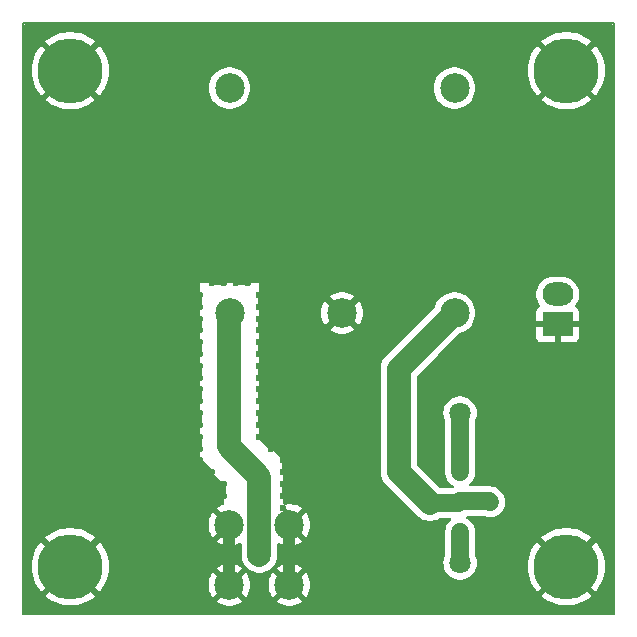
<source format=gtl>
G04 #@! TF.GenerationSoftware,KiCad,Pcbnew,8.0.4*
G04 #@! TF.CreationDate,2025-01-27T10:30:07+01:00*
G04 #@! TF.ProjectId,ocxo,6f63786f-2e6b-4696-9361-645f70636258,rev?*
G04 #@! TF.SameCoordinates,Original*
G04 #@! TF.FileFunction,Copper,L1,Top*
G04 #@! TF.FilePolarity,Positive*
%FSLAX46Y46*%
G04 Gerber Fmt 4.6, Leading zero omitted, Abs format (unit mm)*
G04 Created by KiCad (PCBNEW 8.0.4) date 2025-01-27 10:30:07*
%MOMM*%
%LPD*%
G01*
G04 APERTURE LIST*
G04 #@! TA.AperFunction,ComponentPad*
%ADD10C,0.600000*%
G04 #@! TD*
G04 #@! TA.AperFunction,ComponentPad*
%ADD11C,5.500000*%
G04 #@! TD*
G04 #@! TA.AperFunction,ComponentPad*
%ADD12R,2.600000X2.000000*%
G04 #@! TD*
G04 #@! TA.AperFunction,ComponentPad*
%ADD13O,2.600000X2.000000*%
G04 #@! TD*
G04 #@! TA.AperFunction,ComponentPad*
%ADD14C,1.998980*%
G04 #@! TD*
G04 #@! TA.AperFunction,ComponentPad*
%ADD15C,2.499360*%
G04 #@! TD*
G04 #@! TA.AperFunction,ComponentPad*
%ADD16C,2.500000*%
G04 #@! TD*
G04 #@! TA.AperFunction,ComponentPad*
%ADD17C,1.800000*%
G04 #@! TD*
G04 #@! TA.AperFunction,ComponentPad*
%ADD18C,1.440000*%
G04 #@! TD*
G04 #@! TA.AperFunction,ViaPad*
%ADD19C,0.600000*%
G04 #@! TD*
G04 #@! TA.AperFunction,Conductor*
%ADD20C,0.250000*%
G04 #@! TD*
G04 #@! TA.AperFunction,Conductor*
%ADD21C,1.000000*%
G04 #@! TD*
G04 #@! TA.AperFunction,Conductor*
%ADD22C,1.500000*%
G04 #@! TD*
G04 #@! TA.AperFunction,Conductor*
%ADD23C,2.000000*%
G04 #@! TD*
G04 #@! TA.AperFunction,Profile*
%ADD24C,0.150000*%
G04 #@! TD*
G04 APERTURE END LIST*
D10*
X122000000Y-94000000D03*
X121000000Y-94000000D03*
X120000000Y-94000000D03*
X119000000Y-94000000D03*
X118000000Y-94000000D03*
X117000000Y-94000000D03*
X116000000Y-94000000D03*
X115000000Y-94000000D03*
X114000000Y-94000000D03*
X113000000Y-94000000D03*
X112000000Y-94000000D03*
X111000000Y-94000000D03*
X122000000Y-93000000D03*
X121000000Y-93000000D03*
X120000000Y-93000000D03*
X119000000Y-93000000D03*
X118000000Y-93000000D03*
X117000000Y-93000000D03*
X116000000Y-93000000D03*
X115000000Y-93000000D03*
X114000000Y-93000000D03*
X113000000Y-93000000D03*
X112000000Y-93000000D03*
D11*
X126000000Y-91000000D03*
X84000000Y-49000000D03*
D10*
X129000000Y-87000000D03*
X128000000Y-87000000D03*
X129000000Y-86000000D03*
X128000000Y-86000000D03*
X129000000Y-85000000D03*
X128000000Y-85000000D03*
X129000000Y-84000000D03*
X128000000Y-84000000D03*
X129000000Y-83000000D03*
X128000000Y-83000000D03*
X129000000Y-82000000D03*
X128000000Y-82000000D03*
X129000000Y-81000000D03*
X128000000Y-81000000D03*
X129000000Y-80000000D03*
X128000000Y-80000000D03*
X129000000Y-79000000D03*
X128000000Y-79000000D03*
X129000000Y-78000000D03*
X128000000Y-78000000D03*
X129000000Y-77000000D03*
X128000000Y-77000000D03*
X129000000Y-76000000D03*
X128000000Y-76000000D03*
X129000000Y-75000000D03*
X128000000Y-75000000D03*
X129000000Y-74000000D03*
X128000000Y-74000000D03*
X129000000Y-73000000D03*
X128000000Y-73000000D03*
X129000000Y-72000000D03*
X128000000Y-72000000D03*
X129000000Y-71000000D03*
X128000000Y-71000000D03*
X129000000Y-70000000D03*
X128000000Y-70000000D03*
X129000000Y-69000000D03*
X128000000Y-69000000D03*
X129000000Y-68000000D03*
X128000000Y-68000000D03*
X129000000Y-67000000D03*
X128000000Y-67000000D03*
X129000000Y-66000000D03*
X128000000Y-66000000D03*
X129000000Y-65000000D03*
X128000000Y-65000000D03*
X129000000Y-64000000D03*
X128000000Y-64000000D03*
X129000000Y-63000000D03*
X128000000Y-63000000D03*
X129000000Y-62000000D03*
X128000000Y-62000000D03*
X129000000Y-61000000D03*
X128000000Y-61000000D03*
X129000000Y-60000000D03*
X128000000Y-60000000D03*
X129000000Y-59000000D03*
X128000000Y-59000000D03*
X129000000Y-58000000D03*
X128000000Y-58000000D03*
X129000000Y-57000000D03*
X128000000Y-57000000D03*
X129000000Y-56000000D03*
X128000000Y-56000000D03*
X129000000Y-55000000D03*
X128000000Y-55000000D03*
X129000000Y-54000000D03*
X128000000Y-54000000D03*
X129000000Y-53000000D03*
X128000000Y-53000000D03*
X122000000Y-47000000D03*
X121000000Y-47000000D03*
X120000000Y-47000000D03*
X119000000Y-47000000D03*
X118000000Y-47000000D03*
X117000000Y-47000000D03*
X116000000Y-47000000D03*
X115000000Y-47000000D03*
X114000000Y-47000000D03*
X113000000Y-47000000D03*
X112000000Y-47000000D03*
X111000000Y-47000000D03*
X110000000Y-47000000D03*
X109000000Y-47000000D03*
X108000000Y-47000000D03*
X107000000Y-47000000D03*
X106000000Y-47000000D03*
X105000000Y-47000000D03*
X104000000Y-47000000D03*
X103000000Y-47000000D03*
X102000000Y-47000000D03*
X101000000Y-47000000D03*
X100000000Y-47000000D03*
X99000000Y-47000000D03*
X98000000Y-47000000D03*
X97000000Y-47000000D03*
X96000000Y-47000000D03*
X95000000Y-47000000D03*
X94000000Y-47000000D03*
X93000000Y-47000000D03*
X92000000Y-47000000D03*
X91000000Y-47000000D03*
X90000000Y-47000000D03*
X89000000Y-47000000D03*
X88000000Y-47000000D03*
X122000000Y-46000000D03*
X121000000Y-46000000D03*
X120000000Y-46000000D03*
X119000000Y-46000000D03*
X118000000Y-46000000D03*
X117000000Y-46000000D03*
X116000000Y-46000000D03*
X115000000Y-46000000D03*
X114000000Y-46000000D03*
X113000000Y-46000000D03*
X112000000Y-46000000D03*
X111000000Y-46000000D03*
X110000000Y-46000000D03*
X109000000Y-46000000D03*
X108000000Y-46000000D03*
X107000000Y-46000000D03*
X106000000Y-46000000D03*
X105000000Y-46000000D03*
X104000000Y-46000000D03*
X103000000Y-46000000D03*
X102000000Y-46000000D03*
X101000000Y-46000000D03*
X100000000Y-46000000D03*
X99000000Y-46000000D03*
X98000000Y-46000000D03*
X97000000Y-46000000D03*
X96000000Y-46000000D03*
X95000000Y-46000000D03*
X94000000Y-46000000D03*
X93000000Y-46000000D03*
X92000000Y-46000000D03*
X91000000Y-46000000D03*
X90000000Y-46000000D03*
X89000000Y-46000000D03*
X88000000Y-46000000D03*
X128000000Y-87000000D03*
X128000000Y-86000000D03*
X128000000Y-85000000D03*
X128000000Y-84000000D03*
X128000000Y-83000000D03*
X128000000Y-82000000D03*
X128000000Y-81000000D03*
X128000000Y-80000000D03*
X128000000Y-79000000D03*
X128000000Y-78000000D03*
X128000000Y-77000000D03*
X128000000Y-76000000D03*
X128000000Y-75000000D03*
X128000000Y-74000000D03*
X95000000Y-94000000D03*
X94000000Y-94000000D03*
X93000000Y-94000000D03*
X92000000Y-94000000D03*
X91000000Y-94000000D03*
X90000000Y-94000000D03*
X89000000Y-94000000D03*
X88000000Y-94000000D03*
X95000000Y-93000000D03*
X94000000Y-93000000D03*
X93000000Y-93000000D03*
X92000000Y-93000000D03*
X91000000Y-93000000D03*
X90000000Y-93000000D03*
X89000000Y-93000000D03*
X88000000Y-93000000D03*
X111000000Y-94000000D03*
X110000000Y-94000000D03*
X109000000Y-94000000D03*
X108000000Y-94000000D03*
X107000000Y-94000000D03*
X106000000Y-94000000D03*
X105000000Y-94000000D03*
X111000000Y-93000000D03*
X110000000Y-93000000D03*
X109000000Y-93000000D03*
X108000000Y-93000000D03*
X107000000Y-93000000D03*
X106000000Y-93000000D03*
X105000000Y-93000000D03*
X82000000Y-87000000D03*
X81000000Y-87000000D03*
X82000000Y-86000000D03*
X81000000Y-86000000D03*
X82000000Y-85000000D03*
X81000000Y-85000000D03*
X82000000Y-84000000D03*
X81000000Y-84000000D03*
X82000000Y-83000000D03*
X81000000Y-83000000D03*
X82000000Y-82000000D03*
X81000000Y-82000000D03*
X82000000Y-81000000D03*
X81000000Y-81000000D03*
X82000000Y-80000000D03*
X81000000Y-80000000D03*
X82000000Y-79000000D03*
X81000000Y-79000000D03*
X82000000Y-78000000D03*
X81000000Y-78000000D03*
X82000000Y-77000000D03*
X81000000Y-77000000D03*
X82000000Y-76000000D03*
X81000000Y-76000000D03*
X82000000Y-75000000D03*
X81000000Y-75000000D03*
X82000000Y-74000000D03*
X81000000Y-74000000D03*
X82000000Y-73000000D03*
X81000000Y-73000000D03*
X82000000Y-72000000D03*
X81000000Y-72000000D03*
X82000000Y-71000000D03*
X81000000Y-71000000D03*
X82000000Y-70000000D03*
X81000000Y-70000000D03*
X82000000Y-69000000D03*
X81000000Y-69000000D03*
X82000000Y-68000000D03*
X81000000Y-68000000D03*
X82000000Y-67000000D03*
X81000000Y-67000000D03*
X82000000Y-66000000D03*
X81000000Y-66000000D03*
X82000000Y-65000000D03*
X81000000Y-65000000D03*
X82000000Y-64000000D03*
X81000000Y-64000000D03*
X82000000Y-63000000D03*
X81000000Y-63000000D03*
X82000000Y-62000000D03*
X81000000Y-62000000D03*
X82000000Y-61000000D03*
X81000000Y-61000000D03*
X82000000Y-60000000D03*
X81000000Y-60000000D03*
X82000000Y-59000000D03*
X81000000Y-59000000D03*
X82000000Y-58000000D03*
X81000000Y-58000000D03*
X82000000Y-57000000D03*
X81000000Y-57000000D03*
X82000000Y-56000000D03*
X81000000Y-56000000D03*
X82000000Y-55000000D03*
X81000000Y-55000000D03*
X82000000Y-54000000D03*
X81000000Y-54000000D03*
X82000000Y-53000000D03*
D12*
X125250000Y-70500000D03*
D13*
X125250000Y-67960000D03*
D11*
X126000000Y-49000000D03*
D14*
X100000000Y-90000000D03*
D15*
X102540000Y-87460000D03*
X102540000Y-92540000D03*
X97460000Y-92540000D03*
X97460000Y-87460000D03*
D11*
X84000000Y-91000000D03*
D16*
X97475000Y-50475000D03*
X116525000Y-50475000D03*
X116525000Y-69525000D03*
X97475000Y-69525000D03*
X107000000Y-69525000D03*
D17*
X117000000Y-78000000D03*
X114460000Y-85620000D03*
X117000000Y-90700000D03*
D18*
X117000000Y-83000000D03*
X119540000Y-85540000D03*
X117000000Y-88080000D03*
X117000000Y-88100000D03*
X117000000Y-85460000D03*
X117000000Y-83000000D03*
D10*
X81000000Y-53000000D03*
D19*
X97000000Y-85000000D03*
X97000000Y-84000000D03*
X96000000Y-83000000D03*
X95000000Y-82000000D03*
X95000000Y-81000000D03*
X95000000Y-80000000D03*
X95000000Y-79000000D03*
X95000000Y-78000000D03*
X95000000Y-77000000D03*
X95000000Y-76000000D03*
X95000000Y-75000000D03*
X95000000Y-74000000D03*
X95000000Y-73000000D03*
X95000000Y-72000000D03*
X95000000Y-71000000D03*
X95000000Y-70000000D03*
X95000000Y-69000000D03*
X95000000Y-68000000D03*
X96000000Y-67000000D03*
X97000000Y-67000000D03*
X98000000Y-67000000D03*
X99000000Y-67000000D03*
X100000000Y-68000000D03*
X100000000Y-69000000D03*
X100000000Y-70000000D03*
X100000000Y-71000000D03*
X100000000Y-72000000D03*
X100000000Y-73000000D03*
X100000000Y-74000000D03*
X100000000Y-75000000D03*
X100000000Y-76000000D03*
X100000000Y-77000000D03*
X100000000Y-78000000D03*
X100000000Y-79000000D03*
X100000000Y-80000000D03*
X101000000Y-81000000D03*
X102000000Y-82000000D03*
X102000000Y-83000000D03*
X102000000Y-84000000D03*
X102000000Y-85000000D03*
X102000000Y-86000000D03*
X102500000Y-57000000D03*
X102500000Y-55000000D03*
X102500000Y-53000000D03*
X102500000Y-51000000D03*
X102500000Y-49000000D03*
X104500000Y-49000000D03*
X106500000Y-49000000D03*
X108500000Y-49000000D03*
X110500000Y-49000000D03*
X111500000Y-51000000D03*
X111500000Y-53000000D03*
X111500000Y-55000000D03*
X111500000Y-57000000D03*
D20*
X102540000Y-87460000D02*
X102540000Y-86540000D01*
X102540000Y-86540000D02*
X102000000Y-86000000D01*
X97000000Y-84000000D02*
X97000000Y-85000000D01*
X95000000Y-82000000D02*
X96000000Y-83000000D01*
X95000000Y-80000000D02*
X95000000Y-81000000D01*
X95000000Y-78000000D02*
X95000000Y-79000000D01*
X95000000Y-76000000D02*
X95000000Y-77000000D01*
X95000000Y-74000000D02*
X95000000Y-75000000D01*
X95000000Y-72000000D02*
X95000000Y-73000000D01*
X95000000Y-70000000D02*
X95000000Y-71000000D01*
X95000000Y-68000000D02*
X95000000Y-69000000D01*
X97000000Y-67000000D02*
X96000000Y-67000000D01*
X99000000Y-67000000D02*
X98000000Y-67000000D01*
X100000000Y-69000000D02*
X100000000Y-68000000D01*
X100000000Y-71000000D02*
X100000000Y-70000000D01*
X100000000Y-73000000D02*
X100000000Y-72000000D01*
X100000000Y-75000000D02*
X100000000Y-74000000D01*
X100000000Y-77000000D02*
X100000000Y-76000000D01*
X100000000Y-79000000D02*
X100000000Y-78000000D01*
X101000000Y-81000000D02*
X100000000Y-80000000D01*
X102000000Y-83000000D02*
X102000000Y-82000000D01*
X102000000Y-85000000D02*
X102000000Y-84000000D01*
D21*
X97460000Y-87460000D02*
X97460000Y-92540000D01*
X102540000Y-87460000D02*
X102540000Y-92540000D01*
D20*
X102500000Y-57000000D02*
X102500000Y-55000000D01*
X102500000Y-53000000D02*
X102500000Y-51000000D01*
X102500000Y-49000000D02*
X104500000Y-49000000D01*
X106500000Y-49000000D02*
X108500000Y-49000000D01*
X110500000Y-49000000D02*
X111500000Y-49000000D01*
X111500000Y-49000000D02*
X111500000Y-51000000D01*
X111500000Y-53000000D02*
X111500000Y-55000000D01*
X126000000Y-49000000D02*
X124000000Y-49000000D01*
D22*
X117000000Y-85460000D02*
X119460000Y-85460000D01*
X119460000Y-85460000D02*
X119540000Y-85540000D01*
X119460000Y-85460000D02*
X119540000Y-85540000D01*
X114460000Y-85620000D02*
X116840000Y-85620000D01*
X116840000Y-85620000D02*
X117000000Y-85460000D01*
D23*
X114460000Y-85620000D02*
X111800000Y-82960000D01*
X111800000Y-82960000D02*
X111800000Y-74250000D01*
X111800000Y-74250000D02*
X116525000Y-69525000D01*
X100000000Y-90000000D02*
X100000000Y-83400000D01*
X100000000Y-83400000D02*
X97400000Y-80800000D01*
X97400000Y-80800000D02*
X97400000Y-69600000D01*
X97400000Y-69600000D02*
X97475000Y-69525000D01*
D22*
X117000000Y-83000000D02*
X117000000Y-78000000D01*
X117000000Y-90700000D02*
X117000000Y-88080000D01*
G04 #@! TA.AperFunction,Conductor*
G36*
X129866621Y-45095502D02*
G01*
X129913114Y-45149158D01*
X129924500Y-45201500D01*
X129924500Y-94798500D01*
X129904498Y-94866621D01*
X129850842Y-94913114D01*
X129798500Y-94924500D01*
X80201500Y-94924500D01*
X80133379Y-94904498D01*
X80086886Y-94850842D01*
X80075500Y-94798500D01*
X80075500Y-90999997D01*
X80737215Y-90999997D01*
X80737215Y-91000002D01*
X80756342Y-91352769D01*
X80813496Y-91701398D01*
X80813496Y-91701401D01*
X80908009Y-92041808D01*
X80908010Y-92041811D01*
X81038772Y-92369996D01*
X81038776Y-92370005D01*
X81204256Y-92682136D01*
X81204258Y-92682140D01*
X81402517Y-92974550D01*
X81523640Y-93117148D01*
X82703367Y-91937421D01*
X82779588Y-92042330D01*
X82957670Y-92220412D01*
X83062577Y-92296631D01*
X81879872Y-93479336D01*
X81879872Y-93479338D01*
X81887717Y-93486769D01*
X81887723Y-93486774D01*
X82168969Y-93700572D01*
X82471678Y-93882706D01*
X82792316Y-94031049D01*
X82792320Y-94031051D01*
X83127103Y-94143852D01*
X83127117Y-94143856D01*
X83472127Y-94219800D01*
X83472151Y-94219804D01*
X83823348Y-94257999D01*
X83823364Y-94258000D01*
X84176636Y-94258000D01*
X84176651Y-94257999D01*
X84527848Y-94219804D01*
X84527872Y-94219800D01*
X84872882Y-94143856D01*
X84872896Y-94143852D01*
X85207679Y-94031051D01*
X85207683Y-94031049D01*
X85528321Y-93882706D01*
X85831030Y-93700572D01*
X86112284Y-93486768D01*
X86120126Y-93479338D01*
X86120127Y-93479336D01*
X84937422Y-92296631D01*
X85042330Y-92220412D01*
X85220412Y-92042330D01*
X85296632Y-91937421D01*
X86476359Y-93117148D01*
X86597481Y-92974551D01*
X86795741Y-92682140D01*
X86795743Y-92682136D01*
X86871098Y-92540000D01*
X95697391Y-92540000D01*
X95717078Y-92802706D01*
X95775699Y-93059539D01*
X95775700Y-93059541D01*
X95871942Y-93304763D01*
X95871945Y-93304771D01*
X96003661Y-93532909D01*
X96049899Y-93590889D01*
X96049900Y-93590889D01*
X96857117Y-92783671D01*
X96883765Y-92848004D01*
X96954926Y-92954504D01*
X97045496Y-93045074D01*
X97151996Y-93116235D01*
X97216326Y-93142881D01*
X96408668Y-93950539D01*
X96408668Y-93950541D01*
X96578693Y-94066462D01*
X96578701Y-94066467D01*
X96816038Y-94180762D01*
X97067776Y-94258415D01*
X97067784Y-94258416D01*
X97328284Y-94297680D01*
X97591716Y-94297680D01*
X97852215Y-94258416D01*
X97852223Y-94258415D01*
X98103961Y-94180762D01*
X98341299Y-94066467D01*
X98341300Y-94066466D01*
X98511331Y-93950540D01*
X97703672Y-93142881D01*
X97768004Y-93116235D01*
X97874504Y-93045074D01*
X97965074Y-92954504D01*
X98036235Y-92848004D01*
X98062881Y-92783672D01*
X98870099Y-93590890D01*
X98870100Y-93590889D01*
X98916333Y-93532917D01*
X98916338Y-93532909D01*
X99048054Y-93304771D01*
X99048057Y-93304763D01*
X99144299Y-93059541D01*
X99144300Y-93059539D01*
X99202921Y-92802706D01*
X99222608Y-92540000D01*
X100777391Y-92540000D01*
X100797078Y-92802706D01*
X100855699Y-93059539D01*
X100855700Y-93059541D01*
X100951942Y-93304763D01*
X100951945Y-93304771D01*
X101083661Y-93532909D01*
X101129899Y-93590889D01*
X101129900Y-93590889D01*
X101937117Y-92783671D01*
X101963765Y-92848004D01*
X102034926Y-92954504D01*
X102125496Y-93045074D01*
X102231996Y-93116235D01*
X102296326Y-93142881D01*
X101488668Y-93950539D01*
X101488668Y-93950541D01*
X101658693Y-94066462D01*
X101658701Y-94066467D01*
X101896038Y-94180762D01*
X102147776Y-94258415D01*
X102147784Y-94258416D01*
X102408284Y-94297680D01*
X102671716Y-94297680D01*
X102932215Y-94258416D01*
X102932223Y-94258415D01*
X103183961Y-94180762D01*
X103421299Y-94066467D01*
X103421300Y-94066466D01*
X103591331Y-93950540D01*
X102783672Y-93142881D01*
X102848004Y-93116235D01*
X102954504Y-93045074D01*
X103045074Y-92954504D01*
X103116235Y-92848004D01*
X103142881Y-92783672D01*
X103950099Y-93590890D01*
X103950100Y-93590889D01*
X103996333Y-93532917D01*
X103996338Y-93532909D01*
X104128054Y-93304771D01*
X104128057Y-93304763D01*
X104224299Y-93059541D01*
X104224300Y-93059539D01*
X104282921Y-92802706D01*
X104302608Y-92540000D01*
X104282921Y-92277293D01*
X104224300Y-92020460D01*
X104224299Y-92020458D01*
X104128057Y-91775236D01*
X104128054Y-91775228D01*
X103996338Y-91547090D01*
X103996333Y-91547082D01*
X103950100Y-91489109D01*
X103950098Y-91489109D01*
X103142881Y-92296326D01*
X103116235Y-92231996D01*
X103045074Y-92125496D01*
X102954504Y-92034926D01*
X102848004Y-91963765D01*
X102783672Y-91937118D01*
X103591330Y-91129459D01*
X103591330Y-91129457D01*
X103421307Y-91013537D01*
X103421299Y-91013532D01*
X103183961Y-90899237D01*
X102932223Y-90821584D01*
X102932215Y-90821583D01*
X102671716Y-90782320D01*
X102408284Y-90782320D01*
X102147784Y-90821583D01*
X102147776Y-90821584D01*
X101896038Y-90899237D01*
X101658701Y-91013532D01*
X101658693Y-91013537D01*
X101488668Y-91129457D01*
X101488668Y-91129459D01*
X102296327Y-91937118D01*
X102231996Y-91963765D01*
X102125496Y-92034926D01*
X102034926Y-92125496D01*
X101963765Y-92231996D01*
X101937118Y-92296327D01*
X101129900Y-91489109D01*
X101129898Y-91489109D01*
X101083661Y-91547090D01*
X100951945Y-91775228D01*
X100951942Y-91775236D01*
X100855700Y-92020458D01*
X100855699Y-92020460D01*
X100797078Y-92277293D01*
X100777391Y-92540000D01*
X99222608Y-92540000D01*
X99202921Y-92277293D01*
X99144300Y-92020460D01*
X99144299Y-92020458D01*
X99048057Y-91775236D01*
X99048054Y-91775228D01*
X98916338Y-91547090D01*
X98916333Y-91547082D01*
X98870100Y-91489109D01*
X98870098Y-91489109D01*
X98062881Y-92296326D01*
X98036235Y-92231996D01*
X97965074Y-92125496D01*
X97874504Y-92034926D01*
X97768004Y-91963765D01*
X97703672Y-91937118D01*
X98511330Y-91129459D01*
X98511330Y-91129457D01*
X98341307Y-91013537D01*
X98341299Y-91013532D01*
X98103961Y-90899237D01*
X97852223Y-90821584D01*
X97852215Y-90821583D01*
X97591716Y-90782320D01*
X97328284Y-90782320D01*
X97067784Y-90821583D01*
X97067776Y-90821584D01*
X96816038Y-90899237D01*
X96578701Y-91013532D01*
X96578693Y-91013537D01*
X96408668Y-91129457D01*
X96408668Y-91129459D01*
X97216327Y-91937118D01*
X97151996Y-91963765D01*
X97045496Y-92034926D01*
X96954926Y-92125496D01*
X96883765Y-92231996D01*
X96857118Y-92296327D01*
X96049900Y-91489109D01*
X96049898Y-91489109D01*
X96003661Y-91547090D01*
X95871945Y-91775228D01*
X95871942Y-91775236D01*
X95775700Y-92020458D01*
X95775699Y-92020460D01*
X95717078Y-92277293D01*
X95697391Y-92540000D01*
X86871098Y-92540000D01*
X86961223Y-92370005D01*
X86961227Y-92369996D01*
X87091989Y-92041811D01*
X87091990Y-92041808D01*
X87186503Y-91701401D01*
X87186503Y-91701398D01*
X87243657Y-91352769D01*
X87262785Y-91000002D01*
X87262785Y-90999997D01*
X87243657Y-90647230D01*
X87186503Y-90298601D01*
X87186503Y-90298598D01*
X87091990Y-89958191D01*
X87091989Y-89958188D01*
X86961227Y-89630003D01*
X86961223Y-89629994D01*
X86795743Y-89317863D01*
X86795741Y-89317859D01*
X86597482Y-89025449D01*
X86476358Y-88882850D01*
X85296631Y-90062577D01*
X85220412Y-89957670D01*
X85042330Y-89779588D01*
X84937421Y-89703367D01*
X86120126Y-88520662D01*
X86120126Y-88520660D01*
X86112282Y-88513230D01*
X86112276Y-88513225D01*
X85831030Y-88299427D01*
X85528321Y-88117293D01*
X85207683Y-87968950D01*
X85207679Y-87968948D01*
X84872896Y-87856147D01*
X84872882Y-87856143D01*
X84527872Y-87780199D01*
X84527848Y-87780195D01*
X84176651Y-87742000D01*
X83823348Y-87742000D01*
X83472151Y-87780195D01*
X83472127Y-87780199D01*
X83127117Y-87856143D01*
X83127103Y-87856147D01*
X82792320Y-87968948D01*
X82792316Y-87968950D01*
X82471678Y-88117293D01*
X82168969Y-88299427D01*
X81887719Y-88513228D01*
X81887713Y-88513233D01*
X81879871Y-88520661D01*
X83062577Y-89703367D01*
X82957670Y-89779588D01*
X82779588Y-89957670D01*
X82703367Y-90062577D01*
X81523640Y-88882850D01*
X81402517Y-89025449D01*
X81204258Y-89317859D01*
X81204256Y-89317863D01*
X81038776Y-89629994D01*
X81038772Y-89630003D01*
X80908010Y-89958188D01*
X80908009Y-89958191D01*
X80813496Y-90298598D01*
X80813496Y-90298601D01*
X80756342Y-90647230D01*
X80737215Y-90999997D01*
X80075500Y-90999997D01*
X80075500Y-82000001D01*
X95000000Y-82000001D01*
X96963095Y-83963095D01*
X96997120Y-84025407D01*
X97000000Y-84052190D01*
X97000000Y-85669499D01*
X96979998Y-85737620D01*
X96926342Y-85784113D01*
X96911140Y-85789901D01*
X96816040Y-85819236D01*
X96578701Y-85933532D01*
X96578693Y-85933537D01*
X96408668Y-86049457D01*
X96408668Y-86049459D01*
X97216327Y-86857118D01*
X97151996Y-86883765D01*
X97045496Y-86954926D01*
X96954926Y-87045496D01*
X96883765Y-87151996D01*
X96857118Y-87216327D01*
X96049900Y-86409109D01*
X96049898Y-86409109D01*
X96003661Y-86467090D01*
X95871945Y-86695228D01*
X95871942Y-86695236D01*
X95775700Y-86940458D01*
X95775699Y-86940460D01*
X95717078Y-87197293D01*
X95697391Y-87460000D01*
X95717078Y-87722706D01*
X95775699Y-87979539D01*
X95775700Y-87979541D01*
X95871942Y-88224763D01*
X95871945Y-88224771D01*
X96003661Y-88452909D01*
X96049899Y-88510889D01*
X96049900Y-88510889D01*
X96857117Y-87703671D01*
X96883765Y-87768004D01*
X96954926Y-87874504D01*
X97045496Y-87965074D01*
X97151996Y-88036235D01*
X97216326Y-88062881D01*
X96408668Y-88870539D01*
X96408668Y-88870541D01*
X96578693Y-88986462D01*
X96578701Y-88986467D01*
X96816038Y-89100762D01*
X97067776Y-89178415D01*
X97067784Y-89178416D01*
X97328284Y-89217680D01*
X97591716Y-89217680D01*
X97852215Y-89178416D01*
X97852223Y-89178415D01*
X98103961Y-89100762D01*
X98310831Y-89001140D01*
X98380884Y-88989605D01*
X98446053Y-89017774D01*
X98485647Y-89076705D01*
X98491500Y-89114661D01*
X98491500Y-90118722D01*
X98519990Y-90298601D01*
X98528645Y-90353246D01*
X98539227Y-90385813D01*
X98602018Y-90579063D01*
X98709815Y-90790627D01*
X98709817Y-90790630D01*
X98744322Y-90838121D01*
X98849380Y-90982722D01*
X98849382Y-90982724D01*
X98849384Y-90982727D01*
X99017272Y-91150615D01*
X99017275Y-91150617D01*
X99017278Y-91150620D01*
X99209373Y-91290185D01*
X99420937Y-91397982D01*
X99646759Y-91471356D01*
X99881278Y-91508500D01*
X99881281Y-91508500D01*
X100118719Y-91508500D01*
X100118722Y-91508500D01*
X100353241Y-91471356D01*
X100579063Y-91397982D01*
X100790627Y-91290185D01*
X100982722Y-91150620D01*
X101150620Y-90982722D01*
X101290185Y-90790627D01*
X101397982Y-90579063D01*
X101471356Y-90353241D01*
X101508500Y-90118722D01*
X101508500Y-89114661D01*
X101528502Y-89046540D01*
X101582158Y-89000047D01*
X101652432Y-88989943D01*
X101689170Y-89001139D01*
X101896041Y-89100763D01*
X102147776Y-89178415D01*
X102147784Y-89178416D01*
X102408284Y-89217680D01*
X102671716Y-89217680D01*
X102932215Y-89178416D01*
X102932223Y-89178415D01*
X103183961Y-89100762D01*
X103421299Y-88986467D01*
X103421300Y-88986466D01*
X103591331Y-88870540D01*
X102783672Y-88062881D01*
X102848004Y-88036235D01*
X102954504Y-87965074D01*
X103045074Y-87874504D01*
X103116235Y-87768004D01*
X103142881Y-87703672D01*
X103950099Y-88510890D01*
X103950100Y-88510889D01*
X103996333Y-88452917D01*
X103996338Y-88452909D01*
X104128054Y-88224771D01*
X104128057Y-88224763D01*
X104224299Y-87979541D01*
X104224300Y-87979539D01*
X104282921Y-87722706D01*
X104302608Y-87460000D01*
X104282921Y-87197293D01*
X104224300Y-86940460D01*
X104224299Y-86940458D01*
X104128057Y-86695236D01*
X104128054Y-86695228D01*
X103996338Y-86467090D01*
X103996333Y-86467082D01*
X103950100Y-86409109D01*
X103950098Y-86409109D01*
X103142881Y-87216326D01*
X103116235Y-87151996D01*
X103045074Y-87045496D01*
X102954504Y-86954926D01*
X102848004Y-86883765D01*
X102783671Y-86857117D01*
X103591330Y-86049459D01*
X103591330Y-86049457D01*
X103421307Y-85933537D01*
X103421299Y-85933532D01*
X103183961Y-85819237D01*
X102932223Y-85741584D01*
X102932215Y-85741583D01*
X102671716Y-85702320D01*
X102408284Y-85702320D01*
X102144779Y-85742036D01*
X102074438Y-85732410D01*
X102020467Y-85686283D01*
X102000003Y-85618299D01*
X102000000Y-85617443D01*
X102000000Y-82000000D01*
X101999999Y-81999998D01*
X100036905Y-80036904D01*
X100002879Y-79974592D01*
X100000000Y-79947809D01*
X100000000Y-74131281D01*
X110291499Y-74131281D01*
X110291499Y-74373914D01*
X110291500Y-74373939D01*
X110291500Y-82836791D01*
X110291499Y-82836821D01*
X110291499Y-82841278D01*
X110291499Y-83078722D01*
X110310207Y-83196841D01*
X110325706Y-83294697D01*
X110328643Y-83313241D01*
X110383833Y-83483096D01*
X110402018Y-83539063D01*
X110509815Y-83750627D01*
X110649380Y-83942722D01*
X110649382Y-83942724D01*
X110649384Y-83942727D01*
X110821667Y-84115010D01*
X110821689Y-84115030D01*
X113477272Y-86770615D01*
X113477275Y-86770617D01*
X113477278Y-86770620D01*
X113669373Y-86910185D01*
X113880937Y-87017982D01*
X114106759Y-87091356D01*
X114341278Y-87128501D01*
X114341281Y-87128501D01*
X114578719Y-87128501D01*
X114578722Y-87128501D01*
X114813241Y-87091356D01*
X115039063Y-87017982D01*
X115250627Y-86910185D01*
X115261118Y-86902563D01*
X115327986Y-86878705D01*
X115335178Y-86878500D01*
X116124847Y-86878500D01*
X116192968Y-86898502D01*
X116239461Y-86952158D01*
X116249565Y-87022432D01*
X116220071Y-87087012D01*
X116198908Y-87106436D01*
X116180139Y-87120072D01*
X116180136Y-87120074D01*
X116040071Y-87260139D01*
X115923636Y-87420398D01*
X115833703Y-87596901D01*
X115833702Y-87596903D01*
X115774147Y-87780195D01*
X115772488Y-87785300D01*
X115741725Y-87979539D01*
X115741500Y-87980957D01*
X115741500Y-90036284D01*
X115730887Y-90086898D01*
X115663252Y-90241089D01*
X115663249Y-90241096D01*
X115605950Y-90467366D01*
X115605949Y-90467372D01*
X115605949Y-90467374D01*
X115586673Y-90700000D01*
X115603182Y-90899237D01*
X115605950Y-90932633D01*
X115663249Y-91158903D01*
X115663252Y-91158910D01*
X115757015Y-91372668D01*
X115884685Y-91568083D01*
X116042774Y-91739813D01*
X116042778Y-91739817D01*
X116108650Y-91791087D01*
X116226983Y-91883190D01*
X116432273Y-91994287D01*
X116653049Y-92070080D01*
X116883288Y-92108500D01*
X116883292Y-92108500D01*
X117116708Y-92108500D01*
X117116712Y-92108500D01*
X117346951Y-92070080D01*
X117567727Y-91994287D01*
X117773017Y-91883190D01*
X117957220Y-91739818D01*
X117992589Y-91701398D01*
X118115314Y-91568083D01*
X118166910Y-91489109D01*
X118242984Y-91372669D01*
X118336749Y-91158907D01*
X118376990Y-90999997D01*
X122737215Y-90999997D01*
X122737215Y-91000002D01*
X122756342Y-91352769D01*
X122813496Y-91701398D01*
X122813496Y-91701401D01*
X122908009Y-92041808D01*
X122908010Y-92041811D01*
X123038772Y-92369996D01*
X123038776Y-92370005D01*
X123204256Y-92682136D01*
X123204258Y-92682140D01*
X123402517Y-92974550D01*
X123523640Y-93117148D01*
X124703367Y-91937421D01*
X124779588Y-92042330D01*
X124957670Y-92220412D01*
X125062577Y-92296631D01*
X123879872Y-93479336D01*
X123879872Y-93479338D01*
X123887717Y-93486769D01*
X123887723Y-93486774D01*
X124168969Y-93700572D01*
X124471678Y-93882706D01*
X124792316Y-94031049D01*
X124792320Y-94031051D01*
X125127103Y-94143852D01*
X125127117Y-94143856D01*
X125472127Y-94219800D01*
X125472151Y-94219804D01*
X125823348Y-94257999D01*
X125823364Y-94258000D01*
X126176636Y-94258000D01*
X126176651Y-94257999D01*
X126527848Y-94219804D01*
X126527872Y-94219800D01*
X126872882Y-94143856D01*
X126872896Y-94143852D01*
X127207679Y-94031051D01*
X127207683Y-94031049D01*
X127528321Y-93882706D01*
X127831030Y-93700572D01*
X128112284Y-93486768D01*
X128120126Y-93479338D01*
X128120127Y-93479336D01*
X126937422Y-92296631D01*
X127042330Y-92220412D01*
X127220412Y-92042330D01*
X127296632Y-91937421D01*
X128476359Y-93117148D01*
X128597481Y-92974551D01*
X128795741Y-92682140D01*
X128795743Y-92682136D01*
X128961223Y-92370005D01*
X128961227Y-92369996D01*
X129091989Y-92041811D01*
X129091990Y-92041808D01*
X129186503Y-91701401D01*
X129186503Y-91701398D01*
X129243657Y-91352769D01*
X129262785Y-91000002D01*
X129262785Y-90999997D01*
X129243657Y-90647230D01*
X129186503Y-90298601D01*
X129186503Y-90298598D01*
X129091990Y-89958191D01*
X129091989Y-89958188D01*
X128961227Y-89630003D01*
X128961223Y-89629994D01*
X128795743Y-89317863D01*
X128795741Y-89317859D01*
X128597482Y-89025449D01*
X128476358Y-88882850D01*
X127296631Y-90062577D01*
X127220412Y-89957670D01*
X127042330Y-89779588D01*
X126937421Y-89703367D01*
X128120126Y-88520662D01*
X128120126Y-88520660D01*
X128112282Y-88513230D01*
X128112276Y-88513225D01*
X127831030Y-88299427D01*
X127528321Y-88117293D01*
X127207683Y-87968950D01*
X127207679Y-87968948D01*
X126872896Y-87856147D01*
X126872882Y-87856143D01*
X126527872Y-87780199D01*
X126527848Y-87780195D01*
X126176651Y-87742000D01*
X125823348Y-87742000D01*
X125472151Y-87780195D01*
X125472127Y-87780199D01*
X125127117Y-87856143D01*
X125127103Y-87856147D01*
X124792320Y-87968948D01*
X124792316Y-87968950D01*
X124471678Y-88117293D01*
X124168969Y-88299427D01*
X123887719Y-88513228D01*
X123887713Y-88513233D01*
X123879871Y-88520661D01*
X125062577Y-89703367D01*
X124957670Y-89779588D01*
X124779588Y-89957670D01*
X124703367Y-90062577D01*
X123523640Y-88882850D01*
X123402517Y-89025449D01*
X123204258Y-89317859D01*
X123204256Y-89317863D01*
X123038776Y-89629994D01*
X123038772Y-89630003D01*
X122908010Y-89958188D01*
X122908009Y-89958191D01*
X122813496Y-90298598D01*
X122813496Y-90298601D01*
X122756342Y-90647230D01*
X122737215Y-90999997D01*
X118376990Y-90999997D01*
X118394051Y-90932626D01*
X118413327Y-90700000D01*
X118394051Y-90467374D01*
X118336749Y-90241093D01*
X118269113Y-90086898D01*
X118258500Y-90036284D01*
X118258500Y-87980957D01*
X118258276Y-87979541D01*
X118227512Y-87785300D01*
X118166298Y-87596903D01*
X118076366Y-87420402D01*
X118036414Y-87365413D01*
X117959928Y-87260139D01*
X117819860Y-87120071D01*
X117659600Y-87003635D01*
X117654097Y-87000831D01*
X117567615Y-86956766D01*
X117516001Y-86908018D01*
X117498935Y-86839103D01*
X117521836Y-86771902D01*
X117577434Y-86727750D01*
X117624819Y-86718500D01*
X119074502Y-86718500D01*
X119113436Y-86724666D01*
X119245300Y-86767512D01*
X119440954Y-86798500D01*
X119440957Y-86798500D01*
X119639043Y-86798500D01*
X119639046Y-86798500D01*
X119834699Y-86767512D01*
X120023096Y-86706298D01*
X120199598Y-86616366D01*
X120359858Y-86499930D01*
X120499930Y-86359858D01*
X120616366Y-86199598D01*
X120706298Y-86023096D01*
X120767512Y-85834699D01*
X120798500Y-85639046D01*
X120798500Y-85440954D01*
X120767512Y-85245300D01*
X120706298Y-85056904D01*
X120616366Y-84880402D01*
X120499930Y-84720142D01*
X120499928Y-84720139D01*
X120279860Y-84500071D01*
X120119599Y-84383635D01*
X120119599Y-84383634D01*
X120117047Y-84382334D01*
X120114778Y-84381178D01*
X119943097Y-84293702D01*
X119754700Y-84232488D01*
X119559046Y-84201500D01*
X119559043Y-84201500D01*
X117875153Y-84201500D01*
X117807032Y-84181498D01*
X117760539Y-84127842D01*
X117750435Y-84057568D01*
X117779929Y-83992988D01*
X117801092Y-83973564D01*
X117819858Y-83959930D01*
X117959930Y-83819858D01*
X118076366Y-83659598D01*
X118166298Y-83483097D01*
X118227512Y-83294700D01*
X118258500Y-83099046D01*
X118258500Y-78663715D01*
X118269113Y-78613101D01*
X118273226Y-78603723D01*
X118336749Y-78458907D01*
X118394051Y-78232626D01*
X118413327Y-78000000D01*
X118394051Y-77767374D01*
X118336749Y-77541093D01*
X118242984Y-77327331D01*
X118115314Y-77131916D01*
X117957225Y-76960186D01*
X117957221Y-76960182D01*
X117865118Y-76888496D01*
X117773017Y-76816810D01*
X117567727Y-76705713D01*
X117567724Y-76705712D01*
X117567723Y-76705711D01*
X117346955Y-76629921D01*
X117346948Y-76629919D01*
X117248411Y-76613476D01*
X117116712Y-76591500D01*
X116883288Y-76591500D01*
X116768066Y-76610727D01*
X116653051Y-76629919D01*
X116653044Y-76629921D01*
X116432276Y-76705711D01*
X116432273Y-76705713D01*
X116226985Y-76816809D01*
X116226983Y-76816810D01*
X116042778Y-76960182D01*
X116042774Y-76960186D01*
X115884685Y-77131916D01*
X115757015Y-77327331D01*
X115663252Y-77541089D01*
X115663249Y-77541096D01*
X115605950Y-77767366D01*
X115586673Y-78000000D01*
X115605950Y-78232633D01*
X115663249Y-78458903D01*
X115663252Y-78458910D01*
X115730887Y-78613101D01*
X115741500Y-78663715D01*
X115741500Y-83099046D01*
X115772488Y-83294700D01*
X115833702Y-83483097D01*
X115862219Y-83539064D01*
X115923636Y-83659601D01*
X116040071Y-83819860D01*
X116180139Y-83959928D01*
X116225642Y-83992988D01*
X116340402Y-84076366D01*
X116421589Y-84117732D01*
X116473204Y-84166480D01*
X116490270Y-84235395D01*
X116467370Y-84302596D01*
X116421599Y-84342261D01*
X116413931Y-84346168D01*
X116410803Y-84347762D01*
X116353592Y-84361500D01*
X115387032Y-84361500D01*
X115318911Y-84341498D01*
X115297937Y-84324595D01*
X113345405Y-82372063D01*
X113311379Y-82309751D01*
X113308500Y-82282968D01*
X113308500Y-74927031D01*
X113328502Y-74858910D01*
X113345405Y-74837936D01*
X115083964Y-73099377D01*
X116926718Y-71256622D01*
X116978667Y-71225319D01*
X117169254Y-71166532D01*
X117406716Y-71052176D01*
X117407356Y-71051740D01*
X117512404Y-70980119D01*
X117624481Y-70903706D01*
X117817686Y-70724438D01*
X117982015Y-70518376D01*
X118113796Y-70290124D01*
X118210087Y-70044780D01*
X118268735Y-69787826D01*
X118288431Y-69525000D01*
X118268735Y-69262174D01*
X118210087Y-69005220D01*
X118113796Y-68759876D01*
X118113795Y-68759875D01*
X118113794Y-68759871D01*
X117982017Y-68531627D01*
X117935966Y-68473881D01*
X117817686Y-68325562D01*
X117624481Y-68146294D01*
X117624474Y-68146289D01*
X117406725Y-67997829D01*
X117406718Y-67997825D01*
X117169257Y-67883469D01*
X117169245Y-67883464D01*
X117032480Y-67841278D01*
X123441500Y-67841278D01*
X123441500Y-68078722D01*
X123478644Y-68313241D01*
X123478645Y-68313246D01*
X123552016Y-68539058D01*
X123552018Y-68539063D01*
X123552019Y-68539064D01*
X123659817Y-68750630D01*
X123743622Y-68865978D01*
X123767481Y-68932846D01*
X123751400Y-69001997D01*
X123710144Y-69042673D01*
X123711252Y-69044153D01*
X123587095Y-69137095D01*
X123499555Y-69254034D01*
X123499555Y-69254035D01*
X123448505Y-69390906D01*
X123442000Y-69451402D01*
X123442000Y-70246000D01*
X124703827Y-70246000D01*
X124690889Y-70268409D01*
X124650000Y-70421009D01*
X124650000Y-70578991D01*
X124690889Y-70731591D01*
X124703827Y-70754000D01*
X123442000Y-70754000D01*
X123442000Y-71548597D01*
X123448505Y-71609093D01*
X123499555Y-71745964D01*
X123499555Y-71745965D01*
X123587095Y-71862904D01*
X123704034Y-71950444D01*
X123840906Y-72001494D01*
X123901402Y-72007999D01*
X123901415Y-72008000D01*
X124996000Y-72008000D01*
X124996000Y-71046173D01*
X125018409Y-71059111D01*
X125171009Y-71100000D01*
X125328991Y-71100000D01*
X125481591Y-71059111D01*
X125504000Y-71046173D01*
X125504000Y-72008000D01*
X126598585Y-72008000D01*
X126598597Y-72007999D01*
X126659093Y-72001494D01*
X126795964Y-71950444D01*
X126795965Y-71950444D01*
X126912904Y-71862904D01*
X127000444Y-71745965D01*
X127000444Y-71745964D01*
X127051494Y-71609093D01*
X127057999Y-71548597D01*
X127058000Y-71548585D01*
X127058000Y-70754000D01*
X125796173Y-70754000D01*
X125809111Y-70731591D01*
X125850000Y-70578991D01*
X125850000Y-70421009D01*
X125809111Y-70268409D01*
X125796173Y-70246000D01*
X127058000Y-70246000D01*
X127058000Y-69451414D01*
X127057999Y-69451402D01*
X127051494Y-69390906D01*
X127000444Y-69254035D01*
X127000444Y-69254034D01*
X126912904Y-69137095D01*
X126788748Y-69044153D01*
X126789905Y-69042606D01*
X126747723Y-69000420D01*
X126732634Y-68931045D01*
X126756376Y-68865979D01*
X126840185Y-68750627D01*
X126947982Y-68539063D01*
X127021356Y-68313241D01*
X127058500Y-68078722D01*
X127058500Y-67841278D01*
X127021356Y-67606759D01*
X126947982Y-67380937D01*
X126840185Y-67169373D01*
X126700620Y-66977278D01*
X126700617Y-66977275D01*
X126700615Y-66977272D01*
X126532727Y-66809384D01*
X126532724Y-66809382D01*
X126532722Y-66809380D01*
X126340627Y-66669815D01*
X126129063Y-66562018D01*
X126129060Y-66562017D01*
X126129058Y-66562016D01*
X125903246Y-66488645D01*
X125903242Y-66488644D01*
X125903241Y-66488644D01*
X125668722Y-66451500D01*
X124831278Y-66451500D01*
X124596759Y-66488644D01*
X124596753Y-66488645D01*
X124370941Y-66562016D01*
X124370935Y-66562019D01*
X124159369Y-66669817D01*
X123967275Y-66809382D01*
X123967272Y-66809384D01*
X123799384Y-66977272D01*
X123799382Y-66977275D01*
X123659817Y-67169369D01*
X123552019Y-67380935D01*
X123552016Y-67380941D01*
X123478645Y-67606753D01*
X123478644Y-67606758D01*
X123478644Y-67606759D01*
X123441500Y-67841278D01*
X117032480Y-67841278D01*
X116917410Y-67805784D01*
X116917402Y-67805782D01*
X116917400Y-67805782D01*
X116656781Y-67766500D01*
X116393219Y-67766500D01*
X116132600Y-67805782D01*
X116132598Y-67805782D01*
X116132589Y-67805784D01*
X115880754Y-67883464D01*
X115880742Y-67883469D01*
X115643283Y-67997825D01*
X115643275Y-67997829D01*
X115425525Y-68146289D01*
X115425520Y-68146293D01*
X115232315Y-68325561D01*
X115067982Y-68531627D01*
X114936205Y-68759871D01*
X114936202Y-68759879D01*
X114839912Y-69005221D01*
X114826836Y-69062510D01*
X114793090Y-69123566D01*
X110817281Y-73099377D01*
X110817278Y-73099380D01*
X110733329Y-73183329D01*
X110649380Y-73267277D01*
X110509817Y-73459369D01*
X110402019Y-73670935D01*
X110402016Y-73670941D01*
X110328645Y-73896754D01*
X110291499Y-74131281D01*
X100000000Y-74131281D01*
X100000000Y-69525000D01*
X105237070Y-69525000D01*
X105256760Y-69787754D01*
X105315392Y-70044634D01*
X105315393Y-70044636D01*
X105411651Y-70289900D01*
X105411653Y-70289904D01*
X105543397Y-70518092D01*
X105543400Y-70518097D01*
X105589670Y-70576117D01*
X105589672Y-70576117D01*
X106515841Y-69649947D01*
X106534075Y-69717993D01*
X106599901Y-69832007D01*
X106692993Y-69925099D01*
X106807007Y-69990925D01*
X106875051Y-70009157D01*
X105948437Y-70935770D01*
X106118532Y-71051739D01*
X106118532Y-71051740D01*
X106355923Y-71166062D01*
X106607704Y-71243728D01*
X106607712Y-71243729D01*
X106868260Y-71283000D01*
X107131740Y-71283000D01*
X107392287Y-71243729D01*
X107392295Y-71243728D01*
X107644076Y-71166062D01*
X107881467Y-71051740D01*
X108051561Y-70935770D01*
X107124948Y-70009157D01*
X107192993Y-69990925D01*
X107307007Y-69925099D01*
X107400099Y-69832007D01*
X107465925Y-69717993D01*
X107484157Y-69649948D01*
X108410327Y-70576118D01*
X108456603Y-70518090D01*
X108588346Y-70289904D01*
X108588348Y-70289900D01*
X108684606Y-70044636D01*
X108684607Y-70044634D01*
X108743239Y-69787754D01*
X108762929Y-69525000D01*
X108743239Y-69262245D01*
X108684607Y-69005365D01*
X108684606Y-69005363D01*
X108588348Y-68760099D01*
X108588346Y-68760095D01*
X108456605Y-68531913D01*
X108456600Y-68531905D01*
X108410328Y-68473881D01*
X108410326Y-68473881D01*
X107484157Y-69400050D01*
X107465925Y-69332007D01*
X107400099Y-69217993D01*
X107307007Y-69124901D01*
X107192993Y-69059075D01*
X107124948Y-69040842D01*
X108051560Y-68114229D01*
X108051560Y-68114228D01*
X107881467Y-67998259D01*
X107644076Y-67883937D01*
X107392295Y-67806271D01*
X107392287Y-67806270D01*
X107131740Y-67767000D01*
X106868260Y-67767000D01*
X106607712Y-67806270D01*
X106607704Y-67806271D01*
X106355923Y-67883937D01*
X106118532Y-67998259D01*
X106118525Y-67998263D01*
X105948438Y-68114227D01*
X105948438Y-68114229D01*
X106875051Y-69040842D01*
X106807007Y-69059075D01*
X106692993Y-69124901D01*
X106599901Y-69217993D01*
X106534075Y-69332007D01*
X106515842Y-69400051D01*
X105589671Y-68473880D01*
X105589670Y-68473881D01*
X105543400Y-68531904D01*
X105543397Y-68531907D01*
X105411653Y-68760095D01*
X105411651Y-68760099D01*
X105315393Y-69005363D01*
X105315392Y-69005365D01*
X105256760Y-69262245D01*
X105237070Y-69525000D01*
X100000000Y-69525000D01*
X100000000Y-67000000D01*
X95000000Y-67000000D01*
X95000000Y-82000001D01*
X80075500Y-82000001D01*
X80075500Y-48999997D01*
X80737215Y-48999997D01*
X80737215Y-49000002D01*
X80756342Y-49352769D01*
X80813496Y-49701398D01*
X80813496Y-49701401D01*
X80908009Y-50041808D01*
X80908010Y-50041811D01*
X81038772Y-50369996D01*
X81038776Y-50370005D01*
X81204256Y-50682136D01*
X81204258Y-50682140D01*
X81402517Y-50974550D01*
X81523640Y-51117148D01*
X82703367Y-49937421D01*
X82779588Y-50042330D01*
X82957670Y-50220412D01*
X83062577Y-50296631D01*
X81879872Y-51479336D01*
X81879872Y-51479338D01*
X81887717Y-51486769D01*
X81887723Y-51486774D01*
X82168969Y-51700572D01*
X82471678Y-51882706D01*
X82792316Y-52031049D01*
X82792320Y-52031051D01*
X83127103Y-52143852D01*
X83127117Y-52143856D01*
X83472127Y-52219800D01*
X83472151Y-52219804D01*
X83823348Y-52257999D01*
X83823364Y-52258000D01*
X84176636Y-52258000D01*
X84176651Y-52257999D01*
X84527848Y-52219804D01*
X84527872Y-52219800D01*
X84872882Y-52143856D01*
X84872896Y-52143852D01*
X85207679Y-52031051D01*
X85207683Y-52031049D01*
X85528321Y-51882706D01*
X85831030Y-51700572D01*
X86112284Y-51486768D01*
X86120126Y-51479338D01*
X86120127Y-51479336D01*
X84937422Y-50296631D01*
X85042330Y-50220412D01*
X85220412Y-50042330D01*
X85296632Y-49937421D01*
X86476359Y-51117148D01*
X86597481Y-50974551D01*
X86795741Y-50682140D01*
X86795743Y-50682136D01*
X86905559Y-50475000D01*
X95711569Y-50475000D01*
X95731265Y-50737826D01*
X95731266Y-50737830D01*
X95789911Y-50994775D01*
X95886202Y-51240120D01*
X95886205Y-51240128D01*
X96017982Y-51468372D01*
X96017984Y-51468375D01*
X96017985Y-51468376D01*
X96182314Y-51674438D01*
X96375519Y-51853706D01*
X96375525Y-51853710D01*
X96593275Y-52002170D01*
X96593279Y-52002172D01*
X96593285Y-52002176D01*
X96830746Y-52116532D01*
X96830749Y-52116532D01*
X96830754Y-52116535D01*
X97082589Y-52194215D01*
X97082591Y-52194215D01*
X97082600Y-52194218D01*
X97343219Y-52233500D01*
X97343223Y-52233500D01*
X97606777Y-52233500D01*
X97606781Y-52233500D01*
X97867400Y-52194218D01*
X97867410Y-52194215D01*
X98119245Y-52116535D01*
X98119247Y-52116534D01*
X98119254Y-52116532D01*
X98356716Y-52002176D01*
X98574481Y-51853706D01*
X98767686Y-51674438D01*
X98932015Y-51468376D01*
X99063796Y-51240124D01*
X99160087Y-50994780D01*
X99218735Y-50737826D01*
X99238431Y-50475000D01*
X114761569Y-50475000D01*
X114781265Y-50737826D01*
X114781266Y-50737830D01*
X114839911Y-50994775D01*
X114936202Y-51240120D01*
X114936205Y-51240128D01*
X115067982Y-51468372D01*
X115067984Y-51468375D01*
X115067985Y-51468376D01*
X115232314Y-51674438D01*
X115425519Y-51853706D01*
X115425525Y-51853710D01*
X115643275Y-52002170D01*
X115643279Y-52002172D01*
X115643285Y-52002176D01*
X115880746Y-52116532D01*
X115880749Y-52116532D01*
X115880754Y-52116535D01*
X116132589Y-52194215D01*
X116132591Y-52194215D01*
X116132600Y-52194218D01*
X116393219Y-52233500D01*
X116393223Y-52233500D01*
X116656777Y-52233500D01*
X116656781Y-52233500D01*
X116917400Y-52194218D01*
X116917410Y-52194215D01*
X117169245Y-52116535D01*
X117169247Y-52116534D01*
X117169254Y-52116532D01*
X117406716Y-52002176D01*
X117624481Y-51853706D01*
X117817686Y-51674438D01*
X117982015Y-51468376D01*
X118113796Y-51240124D01*
X118210087Y-50994780D01*
X118268735Y-50737826D01*
X118288431Y-50475000D01*
X118268735Y-50212174D01*
X118210087Y-49955220D01*
X118113796Y-49709876D01*
X118113795Y-49709875D01*
X118113794Y-49709871D01*
X117982017Y-49481627D01*
X117896720Y-49374668D01*
X117817686Y-49275562D01*
X117624481Y-49096294D01*
X117624474Y-49096289D01*
X117483241Y-48999997D01*
X122737215Y-48999997D01*
X122737215Y-49000002D01*
X122756342Y-49352769D01*
X122813496Y-49701398D01*
X122813496Y-49701401D01*
X122908009Y-50041808D01*
X122908010Y-50041811D01*
X123038772Y-50369996D01*
X123038776Y-50370005D01*
X123204256Y-50682136D01*
X123204258Y-50682140D01*
X123402517Y-50974550D01*
X123523640Y-51117148D01*
X124703367Y-49937421D01*
X124779588Y-50042330D01*
X124957670Y-50220412D01*
X125062577Y-50296631D01*
X123879872Y-51479336D01*
X123879872Y-51479338D01*
X123887717Y-51486769D01*
X123887723Y-51486774D01*
X124168969Y-51700572D01*
X124471678Y-51882706D01*
X124792316Y-52031049D01*
X124792320Y-52031051D01*
X125127103Y-52143852D01*
X125127117Y-52143856D01*
X125472127Y-52219800D01*
X125472151Y-52219804D01*
X125823348Y-52257999D01*
X125823364Y-52258000D01*
X126176636Y-52258000D01*
X126176651Y-52257999D01*
X126527848Y-52219804D01*
X126527872Y-52219800D01*
X126872882Y-52143856D01*
X126872896Y-52143852D01*
X127207679Y-52031051D01*
X127207683Y-52031049D01*
X127528321Y-51882706D01*
X127831030Y-51700572D01*
X128112284Y-51486768D01*
X128120126Y-51479338D01*
X128120127Y-51479336D01*
X126937422Y-50296631D01*
X127042330Y-50220412D01*
X127220412Y-50042330D01*
X127296632Y-49937421D01*
X128476359Y-51117148D01*
X128597481Y-50974551D01*
X128795741Y-50682140D01*
X128795743Y-50682136D01*
X128961223Y-50370005D01*
X128961227Y-50369996D01*
X129091989Y-50041811D01*
X129091990Y-50041808D01*
X129186503Y-49701401D01*
X129186503Y-49701398D01*
X129243657Y-49352769D01*
X129262785Y-49000002D01*
X129262785Y-48999997D01*
X129243657Y-48647230D01*
X129186503Y-48298601D01*
X129186503Y-48298598D01*
X129091990Y-47958191D01*
X129091989Y-47958188D01*
X128961227Y-47630003D01*
X128961223Y-47629994D01*
X128795743Y-47317863D01*
X128795741Y-47317859D01*
X128597482Y-47025449D01*
X128476358Y-46882850D01*
X127296631Y-48062577D01*
X127220412Y-47957670D01*
X127042330Y-47779588D01*
X126937421Y-47703367D01*
X128120126Y-46520662D01*
X128120126Y-46520660D01*
X128112282Y-46513230D01*
X128112276Y-46513225D01*
X127831030Y-46299427D01*
X127528321Y-46117293D01*
X127207683Y-45968950D01*
X127207679Y-45968948D01*
X126872896Y-45856147D01*
X126872882Y-45856143D01*
X126527872Y-45780199D01*
X126527848Y-45780195D01*
X126176651Y-45742000D01*
X125823348Y-45742000D01*
X125472151Y-45780195D01*
X125472127Y-45780199D01*
X125127117Y-45856143D01*
X125127103Y-45856147D01*
X124792320Y-45968948D01*
X124792316Y-45968950D01*
X124471678Y-46117293D01*
X124168969Y-46299427D01*
X123887719Y-46513228D01*
X123887713Y-46513233D01*
X123879871Y-46520661D01*
X125062577Y-47703367D01*
X124957670Y-47779588D01*
X124779588Y-47957670D01*
X124703367Y-48062577D01*
X123523640Y-46882850D01*
X123402517Y-47025449D01*
X123204258Y-47317859D01*
X123204256Y-47317863D01*
X123038776Y-47629994D01*
X123038772Y-47630003D01*
X122908010Y-47958188D01*
X122908009Y-47958191D01*
X122813496Y-48298598D01*
X122813496Y-48298601D01*
X122756342Y-48647230D01*
X122737215Y-48999997D01*
X117483241Y-48999997D01*
X117406725Y-48947829D01*
X117406718Y-48947825D01*
X117169257Y-48833469D01*
X117169245Y-48833464D01*
X116917410Y-48755784D01*
X116917402Y-48755782D01*
X116917400Y-48755782D01*
X116656781Y-48716500D01*
X116393219Y-48716500D01*
X116132600Y-48755782D01*
X116132598Y-48755782D01*
X116132589Y-48755784D01*
X115880754Y-48833464D01*
X115880742Y-48833469D01*
X115643283Y-48947825D01*
X115643275Y-48947829D01*
X115425525Y-49096289D01*
X115425520Y-49096293D01*
X115232315Y-49275561D01*
X115067982Y-49481627D01*
X114936205Y-49709871D01*
X114936202Y-49709879D01*
X114839911Y-49955224D01*
X114781266Y-50212169D01*
X114781265Y-50212174D01*
X114761569Y-50475000D01*
X99238431Y-50475000D01*
X99218735Y-50212174D01*
X99160087Y-49955220D01*
X99063796Y-49709876D01*
X99063795Y-49709875D01*
X99063794Y-49709871D01*
X98932017Y-49481627D01*
X98846720Y-49374668D01*
X98767686Y-49275562D01*
X98574481Y-49096294D01*
X98574474Y-49096289D01*
X98356725Y-48947829D01*
X98356718Y-48947825D01*
X98119257Y-48833469D01*
X98119245Y-48833464D01*
X97867410Y-48755784D01*
X97867402Y-48755782D01*
X97867400Y-48755782D01*
X97606781Y-48716500D01*
X97343219Y-48716500D01*
X97082600Y-48755782D01*
X97082598Y-48755782D01*
X97082589Y-48755784D01*
X96830754Y-48833464D01*
X96830742Y-48833469D01*
X96593283Y-48947825D01*
X96593275Y-48947829D01*
X96375525Y-49096289D01*
X96375520Y-49096293D01*
X96182315Y-49275561D01*
X96017982Y-49481627D01*
X95886205Y-49709871D01*
X95886202Y-49709879D01*
X95789911Y-49955224D01*
X95731266Y-50212169D01*
X95731265Y-50212174D01*
X95711569Y-50475000D01*
X86905559Y-50475000D01*
X86961223Y-50370005D01*
X86961227Y-50369996D01*
X87091989Y-50041811D01*
X87091990Y-50041808D01*
X87186503Y-49701401D01*
X87186503Y-49701398D01*
X87243657Y-49352769D01*
X87262785Y-49000002D01*
X87262785Y-48999997D01*
X87243657Y-48647230D01*
X87186503Y-48298601D01*
X87186503Y-48298598D01*
X87091990Y-47958191D01*
X87091989Y-47958188D01*
X86961227Y-47630003D01*
X86961223Y-47629994D01*
X86795743Y-47317863D01*
X86795741Y-47317859D01*
X86597482Y-47025449D01*
X86476358Y-46882850D01*
X85296631Y-48062577D01*
X85220412Y-47957670D01*
X85042330Y-47779588D01*
X84937421Y-47703367D01*
X86120126Y-46520662D01*
X86120126Y-46520660D01*
X86112282Y-46513230D01*
X86112276Y-46513225D01*
X85831030Y-46299427D01*
X85528321Y-46117293D01*
X85207683Y-45968950D01*
X85207679Y-45968948D01*
X84872896Y-45856147D01*
X84872882Y-45856143D01*
X84527872Y-45780199D01*
X84527848Y-45780195D01*
X84176651Y-45742000D01*
X83823348Y-45742000D01*
X83472151Y-45780195D01*
X83472127Y-45780199D01*
X83127117Y-45856143D01*
X83127103Y-45856147D01*
X82792320Y-45968948D01*
X82792316Y-45968950D01*
X82471678Y-46117293D01*
X82168969Y-46299427D01*
X81887719Y-46513228D01*
X81887713Y-46513233D01*
X81879871Y-46520661D01*
X83062577Y-47703367D01*
X82957670Y-47779588D01*
X82779588Y-47957670D01*
X82703367Y-48062577D01*
X81523640Y-46882850D01*
X81402517Y-47025449D01*
X81204258Y-47317859D01*
X81204256Y-47317863D01*
X81038776Y-47629994D01*
X81038772Y-47630003D01*
X80908010Y-47958188D01*
X80908009Y-47958191D01*
X80813496Y-48298598D01*
X80813496Y-48298601D01*
X80756342Y-48647230D01*
X80737215Y-48999997D01*
X80075500Y-48999997D01*
X80075500Y-45201500D01*
X80095502Y-45133379D01*
X80149158Y-45086886D01*
X80201500Y-45075500D01*
X129798500Y-45075500D01*
X129866621Y-45095502D01*
G37*
G04 #@! TD.AperFunction*
D24*
X80000000Y-95000000D02*
X80000000Y-45000000D01*
X130000000Y-95000000D02*
X80000000Y-95000000D01*
X130000000Y-45000000D02*
X130000000Y-95000000D01*
X80000000Y-45000000D02*
X130000000Y-45000000D01*
M02*

</source>
